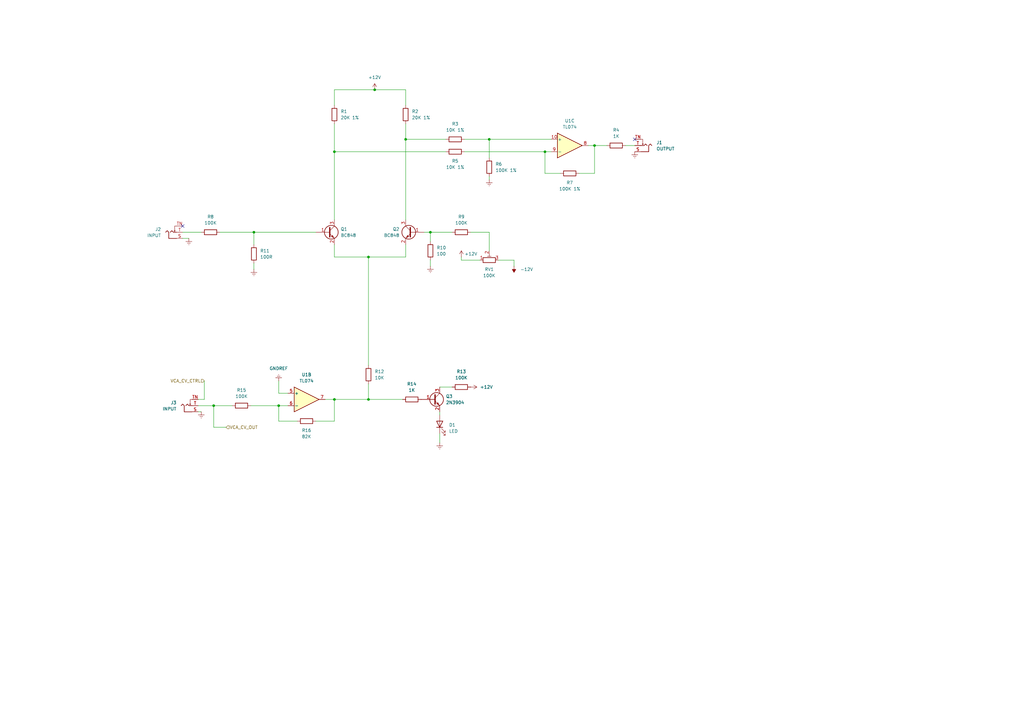
<source format=kicad_sch>
(kicad_sch (version 20231120) (generator "eeschema") (generator_version "8.0")
  (paper "A3")
  (lib_symbols
    (symbol "Amplifier_Operational:TL074" (pin_names (offset 0.127))
      (property "Reference" "U" (at 0 5.08 0))
      (property "Value" "TL074" (at 0 -5.08 0))
      (symbol "TL074_1_1"
        (polyline (pts (xy -5.08 5.08) (xy 5.08 0) (xy -5.08 -5.08) (xy -5.08 5.08)) (stroke (width 0.254)) (fill (type background)))
        (pin output line (at 7.62 0 180) (length 2.54) (name "~") (number "1"))
        (pin input line (at -7.62 -2.54 0) (length 2.54) (name "-") (number "2"))
        (pin input line (at -7.62 2.54 0) (length 2.54) (name "+") (number "3"))
      )
      (symbol "TL074_2_1"
        (polyline (pts (xy -5.08 5.08) (xy 5.08 0) (xy -5.08 -5.08) (xy -5.08 5.08)) (stroke (width 0.254)) (fill (type background)))
        (pin input line (at -7.62 2.54 0) (length 2.54) (name "+") (number "5"))
        (pin input line (at -7.62 -2.54 0) (length 2.54) (name "-") (number "6"))
        (pin output line (at 7.62 0 180) (length 2.54) (name "~") (number "7"))
      )
      (symbol "TL074_3_1"
        (polyline (pts (xy -5.08 5.08) (xy 5.08 0) (xy -5.08 -5.08) (xy -5.08 5.08)) (stroke (width 0.254)) (fill (type background)))
        (pin input line (at -7.62 2.54 0) (length 2.54) (name "+") (number "10"))
        (pin output line (at 7.62 0 180) (length 2.54) (name "~") (number "8"))
        (pin input line (at -7.62 -2.54 0) (length 2.54) (name "-") (number "9"))
      )
      (symbol "TL074_4_1"
        (polyline (pts (xy -5.08 5.08) (xy 5.08 0) (xy -5.08 -5.08) (xy -5.08 5.08)) (stroke (width 0.254)) (fill (type background)))
        (pin input line (at -7.62 2.54 0) (length 2.54) (name "+") (number "12"))
        (pin input line (at -7.62 -2.54 0) (length 2.54) (name "-") (number "13"))
        (pin output line (at 7.62 0 180) (length 2.54) (name "~") (number "14"))
      )
      (symbol "TL074_5_1"
        (pin power_in line (at -2.54 -7.62 90) (length 3.81) (name "V-") (number "11"))
        (pin power_in line (at -2.54 7.62 270) (length 3.81) (name "V+") (number "4"))
      )
    )
    (symbol "Device:R" (pin_numbers hide) (pin_names (offset 0))
      (property "Reference" "R" (at 2.032 0 90))
      (property "Value" "R" (at 0 0 90))
      (symbol "R_0_1"
        (rectangle (start -1.016 -2.54) (end 1.016 2.54) (stroke (width 0.254)))
      )
      (symbol "R_1_1"
        (pin passive line (at 0 3.81 270) (length 1.27) (name "~") (number "1"))
        (pin passive line (at 0 -3.81 90) (length 1.27) (name "~") (number "2"))
      )
    )
    (symbol "Device:R_Potentiometer_Trim" (pin_names (offset 1.016) hide)
      (property "Reference" "RV" (at -4.445 0 90))
      (property "Value" "R_Potentiometer_Trim" (at -2.54 0 90))
      (symbol "R_Potentiometer_Trim_0_1"
        (polyline (pts (xy 1.524 0.762) (xy 1.524 -0.762)))
        (polyline (pts (xy 2.54 0) (xy 1.524 0)))
        (rectangle (start 1.016 2.54) (end -1.016 -2.54) (stroke (width 0.254)))
      )
      (symbol "R_Potentiometer_Trim_1_1"
        (pin passive line (at 0 3.81 270) (length 1.27) (name "1") (number "1"))
        (pin passive line (at 3.81 0 180) (length 1.27) (name "2") (number "2"))
        (pin passive line (at 0 -3.81 90) (length 1.27) (name "3") (number "3"))
      )
    )
    (symbol "Transistor_BJT:BC848" (pin_names (offset 0) hide)
      (property "Reference" "Q" (at 5.08 1.905 0))
      (property "Value" "BC848" (at 5.08 0 0))
      (symbol "BC848_0_1"
        (polyline (pts (xy 0.635 0.635) (xy 2.54 2.54)))
        (polyline (pts (xy 0.635 -0.635) (xy 2.54 -2.54) (xy 2.54 -2.54)))
        (polyline (pts (xy 0.635 1.905) (xy 0.635 -1.905) (xy 0.635 -1.905)) (stroke (width 0.508)))
        (polyline (pts (xy 1.27 -1.778) (xy 1.778 -1.27) (xy 2.286 -2.286) (xy 1.27 -1.778) (xy 1.27 -1.778)) (fill (type outline)))
        (circle (center 1.27 0) (radius 2.8194) (stroke (width 0.254)))
      )
      (symbol "BC848_1_1"
        (pin input line (at -5.08 0 0) (length 5.715) (name "B") (number "1"))
        (pin passive line (at 2.54 -5.08 90) (length 2.54) (name "E") (number "2"))
        (pin passive line (at 2.54 5.08 270) (length 2.54) (name "C") (number "3"))
      )
    )
    (symbol "Transistor_BJT:MMBT3904" (pin_names (offset 0) hide)
      (property "Reference" "Q" (at 5.08 1.905 0))
      (property "Value" "MMBT3904" (at 5.08 0 0))
      (symbol "MMBT3904_0_1"
        (polyline (pts (xy 0.635 0.635) (xy 2.54 2.54)))
        (polyline (pts (xy 0.635 -0.635) (xy 2.54 -2.54) (xy 2.54 -2.54)))
        (polyline (pts (xy 0.635 1.905) (xy 0.635 -1.905) (xy 0.635 -1.905)) (stroke (width 0.508)))
        (polyline (pts (xy 1.27 -1.778) (xy 1.778 -1.27) (xy 2.286 -2.286) (xy 1.27 -1.778) (xy 1.27 -1.778)) (fill (type outline)))
        (circle (center 1.27 0) (radius 2.8194) (stroke (width 0.254)))
      )
      (symbol "MMBT3904_1_1"
        (pin input line (at -5.08 0 0) (length 5.715) (name "B") (number "1"))
        (pin passive line (at 2.54 -5.08 90) (length 2.54) (name "E") (number "2"))
        (pin passive line (at 2.54 5.08 270) (length 2.54) (name "C") (number "3"))
      )
    )
    (symbol "power:+12V" (power) (pin_numbers hide) (pin_names (offset 0) hide)
      (property "Value" "+12V" (at 0 3.556 0))
      (symbol "+12V_0_1"
        (polyline (pts (xy -0.762 1.27) (xy 0 2.54)))
        (polyline (pts (xy 0 0) (xy 0 2.54)))
        (polyline (pts (xy 0 2.54) (xy 0.762 1.27)))
      )
      (symbol "+12V_1_1"
        (pin power_in line (at 0 0 90) (length 0) (name "~") (number "1"))
      )
    )
    (symbol "power:-12V" (power) (pin_numbers hide) (pin_names (offset 0) hide)
      (property "Value" "-12V" (at 0 3.556 0))
      (symbol "-12V_0_0"
        (pin power_in line (at 0 0 90) (length 0) (name "~") (number "1"))
      )
      (symbol "-12V_0_1"
        (polyline (pts (xy 0 0) (xy 0 1.27) (xy 0.762 1.27) (xy 0 2.54) (xy -0.762 1.27) (xy 0 1.27)) (fill (type outline)))
      )
    )
    (symbol "power:GNDREF" (power) (pin_numbers hide) (pin_names (offset 0) hide)
      (property "Value" "GNDREF" (at 0 -3.81 0))
      (symbol "GNDREF_0_1"
        (polyline (pts (xy -0.635 -1.905) (xy 0.635 -1.905)))
        (polyline (pts (xy -0.127 -2.54) (xy 0.127 -2.54)))
        (polyline (pts (xy 0 -1.27) (xy 0 0)))
        (polyline (pts (xy 1.27 -1.27) (xy -1.27 -1.27)))
      )
      (symbol "GNDREF_1_1"
        (pin power_in line (at 0 0 270) (length 0) (name "~") (number "1"))
      )
    )
    (symbol "synth:AudioJack_Mono_3.5mm"
      (property "Reference" "J" (at 0 8.89 0))
      (property "Value" "AudioJack_Mono_3.5mm" (at 0 6.35 0))
      (symbol "AudioJack_Mono_3.5mm_0_1"
        (polyline (pts (xy 1.778 -0.254) (xy 2.032 -0.762)))
        (polyline (pts (xy 0 0) (xy 0.635 -0.635) (xy 1.27 0) (xy 2.54 0)) (stroke (width 0.254)))
        (polyline (pts (xy 2.54 -2.54) (xy 1.778 -2.54) (xy 1.778 -0.254) (xy 1.524 -0.762)))
        (polyline (pts (xy 2.54 2.54) (xy -0.635 2.54) (xy -0.635 0) (xy -1.27 -0.635) (xy -1.905 0)) (stroke (width 0.254)))
      )
      (symbol "AudioJack_Mono_3.5mm_1_1"
        (pin passive line (at 5.08 2.54 180) (length 2.54) (name "~") (number "S"))
        (pin passive line (at 5.08 0 180) (length 2.54) (name "~") (number "T"))
        (pin passive line (at 5.08 -2.54 180) (length 2.54) (name "~") (number "TN"))
      )
    )
    (symbol "synth:LED (3mm)" (pin_numbers hide) (pin_names (offset 1.016) hide)
      (property "Reference" "D" (at 0 2.54 0))
      (property "Value" "LED" (at 0 -2.54 0))
      (symbol "LED (3mm)_0_1"
        (polyline (pts (xy -1.27 -1.27) (xy -1.27 1.27)) (stroke (width 0.254)))
        (polyline (pts (xy -1.27 0) (xy 1.27 0)))
        (polyline (pts (xy 1.27 -1.27) (xy 1.27 1.27) (xy -1.27 0) (xy 1.27 -1.27)) (stroke (width 0.254)))
        (polyline (pts (xy -3.048 -0.762) (xy -4.572 -2.286) (xy -3.81 -2.286) (xy -4.572 -2.286) (xy -4.572 -1.524)))
        (polyline (pts (xy -1.778 -0.762) (xy -3.302 -2.286) (xy -2.54 -2.286) (xy -3.302 -2.286) (xy -3.302 -1.524)))
      )
      (symbol "LED (3mm)_1_1"
        (pin passive line (at -3.81 0 0) (length 2.54) (name "K") (number "1"))
        (pin passive line (at 3.81 0 180) (length 2.54) (name "A") (number "2"))
      )
    )
    (symbol "synth:R_Default" (pin_numbers hide) (pin_names (offset 0))
      (property "Reference" "R" (at -2.032 0 90))
      (property "Value" "R1" (at 2.032 0 90))
      (symbol "R_Default_0_1"
        (rectangle (start 1.016 -2.54) (end -1.016 2.54) (stroke (width 0.254)))
      )
      (symbol "R_Default_1_1"
        (pin passive line (at 0 -3.81 90) (length 1.27) (name "~") (number "1"))
        (pin passive line (at 0 3.81 270) (length 1.27) (name "~") (number "2"))
      )
    )
  )
  (junction (at 166.37 57.15))
  (junction (at 243.84 59.69))
  (junction (at 200.66 57.15))
  (junction (at 176.53 95.25))
  (junction (at 87.63 166.37))
  (junction (at 153.67 36.83))
  (junction (at 114.3 166.37))
  (junction (at 223.52 62.23))
  (junction (at 137.16 62.23))
  (junction (at 151.13 105.41))
  (junction (at 104.14 95.25))
  (junction (at 137.16 163.83))
  (junction (at 151.13 163.83))
  (no_connect (at 260.35 57.15))
  (no_connect (at 74.93 92.71))
  (wire (pts (xy 189.23 105.41) (xy 189.23 106.68)))
  (wire (pts (xy 114.3 156.21) (xy 114.3 161.29)))
  (wire (pts (xy 137.16 163.83) (xy 133.35 163.83)))
  (wire (pts (xy 114.3 172.72) (xy 114.3 166.37)))
  (wire (pts (xy 151.13 163.83) (xy 137.16 163.83)))
  (wire (pts (xy 223.52 62.23) (xy 226.06 62.23)))
  (wire (pts (xy 165.1 163.83) (xy 151.13 163.83)))
  (wire (pts (xy 200.66 73.66) (xy 200.66 72.39)))
  (wire (pts (xy 200.66 95.25) (xy 193.04 95.25)))
  (wire (pts (xy 114.3 161.29) (xy 118.11 161.29)))
  (wire (pts (xy 137.16 50.8) (xy 137.16 62.23)))
  (wire (pts (xy 256.54 59.69) (xy 260.35 59.69)))
  (wire (pts (xy 137.16 43.18) (xy 137.16 36.83)))
  (wire (pts (xy 210.82 106.68) (xy 204.47 106.68)))
  (wire (pts (xy 129.54 172.72) (xy 137.16 172.72)))
  (wire (pts (xy 166.37 57.15) (xy 182.88 57.15)))
  (wire (pts (xy 166.37 50.8) (xy 166.37 57.15)))
  (wire (pts (xy 166.37 57.15) (xy 166.37 90.17)))
  (wire (pts (xy 237.49 71.12) (xy 243.84 71.12)))
  (wire (pts (xy 176.53 106.68) (xy 176.53 109.22)))
  (wire (pts (xy 137.16 172.72) (xy 137.16 163.83)))
  (wire (pts (xy 223.52 62.23) (xy 223.52 71.12)))
  (wire (pts (xy 166.37 36.83) (xy 153.67 36.83)))
  (wire (pts (xy 137.16 62.23) (xy 137.16 90.17)))
  (wire (pts (xy 81.28 166.37) (xy 87.63 166.37)))
  (wire (pts (xy 83.82 163.83) (xy 83.82 156.21)))
  (wire (pts (xy 241.3 59.69) (xy 243.84 59.69)))
  (wire (pts (xy 102.87 166.37) (xy 114.3 166.37)))
  (wire (pts (xy 104.14 95.25) (xy 129.54 95.25)))
  (wire (pts (xy 180.34 168.91) (xy 180.34 170.18)))
  (wire (pts (xy 166.37 43.18) (xy 166.37 36.83)))
  (wire (pts (xy 200.66 102.87) (xy 200.66 95.25)))
  (wire (pts (xy 180.34 181.61) (xy 180.34 177.8)))
  (wire (pts (xy 74.93 97.79) (xy 77.47 97.79)))
  (wire (pts (xy 243.84 71.12) (xy 243.84 59.69)))
  (wire (pts (xy 137.16 105.41) (xy 151.13 105.41)))
  (wire (pts (xy 137.16 62.23) (xy 182.88 62.23)))
  (wire (pts (xy 114.3 166.37) (xy 118.11 166.37)))
  (wire (pts (xy 121.92 172.72) (xy 114.3 172.72)))
  (wire (pts (xy 210.82 109.22) (xy 210.82 106.68)))
  (wire (pts (xy 173.99 95.25) (xy 176.53 95.25)))
  (wire (pts (xy 190.5 57.15) (xy 200.66 57.15)))
  (wire (pts (xy 151.13 105.41) (xy 151.13 149.86)))
  (wire (pts (xy 200.66 57.15) (xy 226.06 57.15)))
  (wire (pts (xy 229.87 71.12) (xy 223.52 71.12)))
  (wire (pts (xy 189.23 106.68) (xy 196.85 106.68)))
  (wire (pts (xy 190.5 62.23) (xy 223.52 62.23)))
  (wire (pts (xy 90.17 95.25) (xy 104.14 95.25)))
  (wire (pts (xy 243.84 59.69) (xy 248.92 59.69)))
  (wire (pts (xy 137.16 36.83) (xy 153.67 36.83)))
  (wire (pts (xy 176.53 95.25) (xy 185.42 95.25)))
  (wire (pts (xy 166.37 100.33) (xy 166.37 105.41)))
  (wire (pts (xy 200.66 64.77) (xy 200.66 57.15)))
  (wire (pts (xy 87.63 175.26) (xy 87.63 166.37)))
  (wire (pts (xy 151.13 163.83) (xy 151.13 157.48)))
  (wire (pts (xy 104.14 107.95) (xy 104.14 110.49)))
  (wire (pts (xy 87.63 166.37) (xy 95.25 166.37)))
  (wire (pts (xy 176.53 95.25) (xy 176.53 99.06)))
  (wire (pts (xy 92.71 175.26) (xy 87.63 175.26)))
  (wire (pts (xy 104.14 95.25) (xy 104.14 100.33)))
  (wire (pts (xy 81.28 163.83) (xy 83.82 163.83)))
  (wire (pts (xy 166.37 105.41) (xy 151.13 105.41)))
  (wire (pts (xy 82.55 168.91) (xy 81.28 168.91)))
  (wire (pts (xy 185.42 158.75) (xy 180.34 158.75)))
  (wire (pts (xy 137.16 100.33) (xy 137.16 105.41)))
  (wire (pts (xy 74.93 95.25) (xy 82.55 95.25)))
  (hierarchical_label "VCA_CV_CTRL" (shape input) (at 83.82 156.21 180))
  (hierarchical_label "VCA_CV_OUT" (shape input) (at 92.71 175.26 0))
  (symbol (lib_id "synth:AudioJack_Mono_3.5mm") (at 76.2 166.37 0) (mirror x) (unit 1)
    (property "Reference" "J3" (at 72.39 165.1634 0) (effects (justify right)))
    (property "Value" "INPUT" (at 72.39 167.7034 0) (effects (justify right)))
    (property "Footprint" "Synth:Jack_3.5mm_QingPu_WQP-PJ398SM_Vertical_CircularHoles" (effects (hide yes)))
    (property "Description" "Audio Jack, 2 Poles (Mono / TS), Switched T Pole (Normalling)" (effects (hide yes)))
    (instances (project "titanium" (path "" (reference "J3") (unit 1)) (path "" (reference "J8") (unit 1)) (path "" (reference "J14") (unit 1)) (path "" (reference "J11") (unit 1))))
  )
  (symbol (lib_id "synth:AudioJack_Mono_3.5mm") (at 69.85 95.25 0) (mirror x) (unit 1)
    (property "Reference" "J2" (at 66.04 94.0434 0) (effects (justify right)))
    (property "Value" "INPUT" (at 66.04 96.5834 0) (effects (justify right)))
    (property "Footprint" "Synth:Jack_3.5mm_QingPu_WQP-PJ398SM_Vertical_CircularHoles" (effects (hide yes)))
    (property "Description" "Audio Jack, 2 Poles (Mono / TS), Switched T Pole (Normalling)" (effects (hide yes)))
    (instances (project "titanium" (path "" (reference "J2") (unit 1)) (path "" (reference "J7") (unit 1)) (path "" (reference "J13") (unit 1)) (path "" (reference "J10") (unit 1))))
  )
  (symbol (lib_id "power:GNDREF") (at 104.14 110.49 0) (unit 1)
    (property "Reference" "#PWR08" (effects (hide yes)))
    (property "Value" "GNDREF" (effects (hide yes)))
    (property "Description" "Power symbol creates a global label with name \"GNDREF\" , reference supply ground" (effects (hide yes)))
    (instances (project "titanium" (path "" (reference "#PWR08") (unit 1)) (path "" (reference "#PWR048") (unit 1)) (path "" (reference "#PWR072") (unit 1)) (path "" (reference "#PWR060") (unit 1))))
  )
  (symbol (lib_id "Transistor_BJT:MMBT3904") (at 177.8 163.83 0) (unit 1)
    (property "Reference" "Q3" (at 182.88 162.5599 0) (effects (justify left)))
    (property "Value" "2N3904" (at 182.88 165.0999 0) (effects (justify left)))
    (property "Footprint" "Package_TO_SOT_SMD:SOT-23_Handsoldering" (effects (hide yes)))
    (property "Datasheet" "https://www.onsemi.com/pdf/datasheet/pzt3904-d.pdf" (effects (hide yes)))
    (property "Description" "0.2A Ic, 40V Vce, Small Signal NPN Transistor, SOT-23" (effects (hide yes)))
    (instances (project "titanium" (path "" (reference "Q3") (unit 1)) (path "" (reference "Q7") (unit 1)) (path "" (reference "Q13") (unit 1)) (path "" (reference "Q10") (unit 1))))
  )
  (symbol (lib_id "synth:R_Default") (at 189.23 95.25 270) (unit 1)
    (property "Reference" "R9" (at 189.23 88.9 90))
    (property "Value" "100K" (at 189.23 91.44 90))
    (property "Footprint" "Resistor_SMD:R_0805_2012Metric_Pad1.20x1.40mm_HandSolder" (effects (hide yes)))
    (property "Description" "Resistor" (effects (hide yes)))
    (instances (project "titanium" (path "" (reference "R9") (unit 1)) (path "" (reference "R34") (unit 1)) (path "" (reference "R66") (unit 1)) (path "" (reference "R50") (unit 1))))
  )
  (symbol (lib_id "synth:R_Default") (at 137.16 46.99 0) (unit 1)
    (property "Reference" "R1" (at 139.7 45.7199 0) (effects (justify left)))
    (property "Value" "20K 1%" (at 139.7 48.2599 0) (effects (justify left)))
    (property "Footprint" "Resistor_SMD:R_0805_2012Metric_Pad1.20x1.40mm_HandSolder" (effects (hide yes)))
    (property "Description" "Resistor" (effects (hide yes)))
    (instances (project "titanium" (path "" (reference "R1") (unit 1)) (path "" (reference "R26") (unit 1)) (path "" (reference "R58") (unit 1)) (path "" (reference "R42") (unit 1))))
  )
  (symbol (lib_id "synth:R_Default") (at 151.13 153.67 0) (unit 1)
    (property "Reference" "R12" (at 153.67 152.3999 0) (effects (justify left)))
    (property "Value" "10K" (at 153.67 154.9399 0) (effects (justify left)))
    (property "Footprint" "Resistor_SMD:R_0805_2012Metric_Pad1.20x1.40mm_HandSolder" (effects (hide yes)))
    (property "Description" "Resistor" (effects (hide yes)))
    (instances (project "titanium" (path "" (reference "R12") (unit 1)) (path "" (reference "R37") (unit 1)) (path "" (reference "R69") (unit 1)) (path "" (reference "R53") (unit 1))))
  )
  (symbol (lib_id "synth:R_Default") (at 176.53 102.87 0) (unit 1)
    (property "Reference" "R10" (at 179.07 101.5999 0) (effects (justify left)))
    (property "Value" "100" (at 179.07 104.1399 0) (effects (justify left)))
    (property "Footprint" "Resistor_SMD:R_0805_2012Metric_Pad1.20x1.40mm_HandSolder" (effects (hide yes)))
    (property "Description" "Resistor" (effects (hide yes)))
    (instances (project "titanium" (path "" (reference "R10") (unit 1)) (path "" (reference "R35") (unit 1)) (path "" (reference "R67") (unit 1)) (path "" (reference "R51") (unit 1))))
  )
  (symbol (lib_id "power:+12V") (at 189.23 105.41 0) (unit 1)
    (property "Reference" "#PWR05" (effects (hide yes)))
    (property "Value" "+12V" (at 190.5 104.14 0) (effects (justify left)))
    (property "Description" "Power symbol creates a global label with name \"+12V\"" (effects (hide yes)))
    (instances (project "titanium" (path "" (reference "#PWR05") (unit 1)) (path "" (reference "#PWR045") (unit 1)) (path "" (reference "#PWR069") (unit 1)) (path "" (reference "#PWR057") (unit 1))))
  )
  (symbol (lib_id "power:GNDREF") (at 180.34 181.61 0) (unit 1)
    (property "Reference" "#PWR012" (effects (hide yes)))
    (property "Value" "GNDREF" (effects (hide yes)))
    (property "Description" "Power symbol creates a global label with name \"GNDREF\" , reference supply ground" (effects (hide yes)))
    (instances (project "titanium" (path "" (reference "#PWR012") (unit 1)) (path "" (reference "#PWR052") (unit 1)) (path "" (reference "#PWR076") (unit 1)) (path "" (reference "#PWR064") (unit 1))))
  )
  (symbol (lib_id "synth:AudioJack_Mono_3.5mm") (at 265.43 59.69 180) (unit 1)
    (property "Reference" "J1" (at 269.24 58.4834 0) (effects (justify right)))
    (property "Value" "OUTPUT" (at 269.24 61.0234 0) (effects (justify right)))
    (property "Footprint" "Synth:Jack_3.5mm_QingPu_WQP-PJ398SM_Vertical_CircularHoles" (effects (hide yes)))
    (property "Description" "Audio Jack, 2 Poles (Mono / TS), Switched T Pole (Normalling)" (effects (hide yes)))
    (instances (project "titanium" (path "" (reference "J1") (unit 1)) (path "" (reference "J6") (unit 1)) (path "" (reference "J12") (unit 1)) (path "" (reference "J9") (unit 1))))
  )
  (symbol (lib_id "synth:R_Default") (at 186.69 62.23 270) (unit 1)
    (property "Reference" "R5" (at 186.69 66.04 90))
    (property "Value" "10K 1%" (at 186.69 68.58 90))
    (property "Footprint" "Resistor_SMD:R_0805_2012Metric_Pad1.20x1.40mm_HandSolder" (effects (hide yes)))
    (property "Description" "Resistor" (effects (hide yes)))
    (instances (project "titanium" (path "" (reference "R5") (unit 1)) (path "" (reference "R30") (unit 1)) (path "" (reference "R62") (unit 1)) (path "" (reference "R46") (unit 1))))
  )
  (symbol (lib_id "synth:R_Default") (at 86.36 95.25 270) (unit 1)
    (property "Reference" "R8" (at 86.36 88.9 90))
    (property "Value" "100K" (at 86.36 91.44 90))
    (property "Footprint" "Resistor_SMD:R_0805_2012Metric_Pad1.20x1.40mm_HandSolder" (effects (hide yes)))
    (property "Description" "Resistor" (effects (hide yes)))
    (instances (project "titanium" (path "" (reference "R8") (unit 1)) (path "" (reference "R33") (unit 1)) (path "" (reference "R65") (unit 1)) (path "" (reference "R49") (unit 1))))
  )
  (symbol (lib_id "power:+12V") (at 193.04 158.75 270) (unit 1)
    (property "Reference" "#PWR010" (effects (hide yes)))
    (property "Value" "+12V" (at 196.85 158.7499 90) (effects (justify left)))
    (property "Description" "Power symbol creates a global label with name \"+12V\"" (effects (hide yes)))
    (instances (project "titanium" (path "" (reference "#PWR010") (unit 1)) (path "" (reference "#PWR050") (unit 1)) (path "" (reference "#PWR074") (unit 1)) (path "" (reference "#PWR062") (unit 1))))
  )
  (symbol (lib_id "Device:R") (at 189.23 158.75 90) (unit 1)
    (property "Reference" "R13" (at 189.23 152.4 90))
    (property "Value" "100K" (at 189.23 154.94 90))
    (property "Footprint" "Resistor_SMD:R_0805_2012Metric_Pad1.20x1.40mm_HandSolder" (effects (hide yes)))
    (property "Description" "Resistor" (effects (hide yes)))
    (instances (project "titanium" (path "" (reference "R13") (unit 1)) (path "" (reference "R38") (unit 1)) (path "" (reference "R70") (unit 1)) (path "" (reference "R54") (unit 1))))
  )
  (symbol (lib_id "power:GNDREF") (at 176.53 109.22 0) (unit 1)
    (property "Reference" "#PWR06" (effects (hide yes)))
    (property "Value" "GNDREF" (effects (hide yes)))
    (property "Description" "Power symbol creates a global label with name \"GNDREF\" , reference supply ground" (effects (hide yes)))
    (instances (project "titanium" (path "" (reference "#PWR06") (unit 1)) (path "" (reference "#PWR046") (unit 1)) (path "" (reference "#PWR070") (unit 1)) (path "" (reference "#PWR058") (unit 1))))
  )
  (symbol (lib_id "power:GNDREF") (at 114.3 156.21 180) (unit 1)
    (property "Reference" "#PWR09" (effects (hide yes)))
    (property "Value" "GNDREF" (at 114.3 151.13 0))
    (property "Description" "Power symbol creates a global label with name \"GNDREF\" , reference supply ground" (effects (hide yes)))
    (instances (project "titanium" (path "" (reference "#PWR09") (unit 1)) (path "" (reference "#PWR049") (unit 1)) (path "" (reference "#PWR073") (unit 1)) (path "" (reference "#PWR061") (unit 1))))
  )
  (symbol (lib_id "Device:R") (at 168.91 163.83 90) (unit 1)
    (property "Reference" "R14" (at 168.91 157.48 90))
    (property "Value" "1K" (at 168.91 160.02 90))
    (property "Footprint" "Resistor_SMD:R_0805_2012Metric_Pad1.20x1.40mm_HandSolder" (effects (hide yes)))
    (property "Description" "Resistor" (effects (hide yes)))
    (instances (project "titanium" (path "" (reference "R14") (unit 1)) (path "" (reference "R39") (unit 1)) (path "" (reference "R71") (unit 1)) (path "" (reference "R55") (unit 1))))
  )
  (symbol (lib_id "Transistor_BJT:BC848") (at 134.62 95.25 0) (unit 1)
    (property "Reference" "Q1" (at 139.7 93.9799 0) (effects (justify left)))
    (property "Value" "BC848" (at 139.7 96.5199 0) (effects (justify left)))
    (property "Footprint" "Package_TO_SOT_SMD:SOT-23_Handsoldering" (effects (hide yes)))
    (property "Datasheet" "http://www.infineon.com/dgdl/Infineon-BC847SERIES_BC848SERIES_BC849SERIES_BC850SERIES-DS-v01_01-en.pdf?fileId=db3a304314dca389011541d4630a1657" (effects (hide yes)))
    (property "Description" "0.1A Ic, 30V Vce, NPN Transistor, SOT-23" (effects (hide yes)))
    (instances (project "titanium" (path "" (reference "Q1") (unit 1)) (path "" (reference "Q5") (unit 1)) (path "" (reference "Q11") (unit 1)) (path "" (reference "Q8") (unit 1))))
  )
  (symbol (lib_id "power:+12V") (at 153.67 36.83 0) (unit 1)
    (property "Reference" "#PWR01" (effects (hide yes)))
    (property "Value" "+12V" (at 153.67 31.75 0))
    (property "Description" "Power symbol creates a global label with name \"+12V\"" (effects (hide yes)))
    (instances (project "titanium" (path "" (reference "#PWR01") (unit 1)) (path "" (reference "#PWR041") (unit 1)) (path "" (reference "#PWR065") (unit 1)) (path "" (reference "#PWR053") (unit 1))))
  )
  (symbol (lib_id "synth:R_Default") (at 125.73 172.72 90) (unit 1)
    (property "Reference" "R16" (at 125.73 176.53 90))
    (property "Value" "82K" (at 125.73 179.07 90))
    (property "Footprint" "Resistor_SMD:R_0805_2012Metric_Pad1.20x1.40mm_HandSolder" (effects (hide yes)))
    (property "Description" "Resistor" (effects (hide yes)))
    (instances (project "titanium" (path "" (reference "R16") (unit 1)) (path "" (reference "R41") (unit 1)) (path "" (reference "R73") (unit 1)) (path "" (reference "R57") (unit 1))))
  )
  (symbol (lib_id "synth:R_Default") (at 252.73 59.69 270) (unit 1)
    (property "Reference" "R4" (at 252.73 53.34 90))
    (property "Value" "1K" (at 252.73 55.88 90))
    (property "Footprint" "Resistor_SMD:R_0805_2012Metric_Pad1.20x1.40mm_HandSolder" (effects (hide yes)))
    (property "Description" "Resistor" (effects (hide yes)))
    (instances (project "titanium" (path "" (reference "R4") (unit 1)) (path "" (reference "R29") (unit 1)) (path "" (reference "R61") (unit 1)) (path "" (reference "R45") (unit 1))))
  )
  (symbol (lib_id "synth:R_Default") (at 166.37 46.99 0) (unit 1)
    (property "Reference" "R2" (at 168.91 45.7199 0) (effects (justify left)))
    (property "Value" "20K 1%" (at 168.91 48.2599 0) (effects (justify left)))
    (property "Footprint" "Resistor_SMD:R_0805_2012Metric_Pad1.20x1.40mm_HandSolder" (effects (hide yes)))
    (property "Description" "Resistor" (effects (hide yes)))
    (instances (project "titanium" (path "" (reference "R2") (unit 1)) (path "" (reference "R27") (unit 1)) (path "" (reference "R59") (unit 1)) (path "" (reference "R43") (unit 1))))
  )
  (symbol (lib_id "power:GNDREF") (at 77.47 97.79 0) (unit 1)
    (property "Reference" "#PWR04" (effects (hide yes)))
    (property "Value" "GNDREF" (effects (hide yes)))
    (property "Description" "Power symbol creates a global label with name \"GNDREF\" , reference supply ground" (effects (hide yes)))
    (instances (project "titanium" (path "" (reference "#PWR04") (unit 1)) (path "" (reference "#PWR044") (unit 1)) (path "" (reference "#PWR068") (unit 1)) (path "" (reference "#PWR056") (unit 1))))
  )
  (symbol (lib_id "synth:LED (3mm)") (at 180.34 173.99 90) (unit 1)
    (property "Reference" "D1" (at 184.15 174.3074 90) (effects (justify right)))
    (property "Value" "LED" (at 184.15 176.8474 90) (effects (justify right)))
    (property "Footprint" "Synth:LED_D3.0mm" (effects (hide yes)))
    (property "Description" "Light emitting diode" (effects (hide yes)))
    (instances (project "titanium" (path "" (reference "D1") (unit 1)) (path "" (reference "D8") (unit 1)) (path "" (reference "D10") (unit 1)) (path "" (reference "D9") (unit 1))))
  )
  (symbol (lib_id "synth:R_Default") (at 186.69 57.15 270) (unit 1)
    (property "Reference" "R3" (at 186.69 50.8 90))
    (property "Value" "10K 1%" (at 186.69 53.34 90))
    (property "Footprint" "Resistor_SMD:R_0805_2012Metric_Pad1.20x1.40mm_HandSolder" (effects (hide yes)))
    (property "Description" "Resistor" (effects (hide yes)))
    (instances (project "titanium" (path "" (reference "R3") (unit 1)) (path "" (reference "R28") (unit 1)) (path "" (reference "R60") (unit 1)) (path "" (reference "R44") (unit 1))))
  )
  (symbol (lib_id "power:GNDREF") (at 260.35 62.23 0) (unit 1)
    (property "Reference" "#PWR02" (effects (hide yes)))
    (property "Value" "GNDREF" (effects (hide yes)))
    (property "Description" "Power symbol creates a global label with name \"GNDREF\" , reference supply ground" (effects (hide yes)))
    (instances (project "titanium" (path "" (reference "#PWR02") (unit 1)) (path "" (reference "#PWR042") (unit 1)) (path "" (reference "#PWR066") (unit 1)) (path "" (reference "#PWR054") (unit 1))))
  )
  (symbol (lib_id "power:GNDREF") (at 200.66 73.66 0) (unit 1)
    (property "Reference" "#PWR03" (effects (hide yes)))
    (property "Value" "GNDREF" (effects (hide yes)))
    (property "Description" "Power symbol creates a global label with name \"GNDREF\" , reference supply ground" (effects (hide yes)))
    (instances (project "titanium" (path "" (reference "#PWR03") (unit 1)) (path "" (reference "#PWR043") (unit 1)) (path "" (reference "#PWR067") (unit 1)) (path "" (reference "#PWR055") (unit 1))))
  )
  (symbol (lib_id "Amplifier_Operational:TL074") (at 233.68 59.69 0) (unit 3)
    (property "Reference" "U1" (at 233.68 49.53 0))
    (property "Value" "TL074" (at 233.68 52.07 0))
    (property "Footprint" "Synth:SOIC-14" (effects (hide yes)))
    (property "Datasheet" "http://www.ti.com/lit/ds/symlink/tl071.pdf" (effects (hide yes)))
    (property "Description" "Quad Low-Noise JFET-Input Operational Amplifiers, DIP-14/SOIC-14" (effects (hide yes)))
    (instances (project "titanium" (path "" (reference "U1") (unit 3)) (path "" (reference "U1") (unit 1)) (path "" (reference "U3") (unit 4)) (path "" (reference "U3") (unit 3))))
  )
  (symbol (lib_id "power:-12V") (at 210.82 109.22 180) (unit 1)
    (property "Reference" "#PWR07" (effects (hide yes)))
    (property "Value" "-12V" (at 213.36 110.4899 0) (effects (justify right)))
    (property "Description" "Power symbol creates a global label with name \"-12V\"" (effects (hide yes)))
    (instances (project "titanium" (path "" (reference "#PWR07") (unit 1)) (path "" (reference "#PWR047") (unit 1)) (path "" (reference "#PWR071") (unit 1)) (path "" (reference "#PWR059") (unit 1))))
  )
  (symbol (lib_id "Device:R_Potentiometer_Trim") (at 200.66 106.68 90) (unit 1)
    (property "Reference" "RV1" (at 200.66 110.49 90))
    (property "Value" "100K" (at 200.66 113.03 90))
    (property "Footprint" "Potentiometer_THT:Potentiometer_Piher_PT-6-V_Vertical" (effects (hide yes)))
    (property "Description" "Trim-potentiometer" (effects (hide yes)))
    (instances (project "titanium" (path "" (reference "RV1") (unit 1)) (path "" (reference "RV2") (unit 1)) (path "" (reference "RV4") (unit 1)) (path "" (reference "RV3") (unit 1))))
  )
  (symbol (lib_id "synth:R_Default") (at 104.14 104.14 0) (unit 1)
    (property "Reference" "R11" (at 106.68 102.8699 0) (effects (justify left)))
    (property "Value" "100R" (at 106.68 105.4099 0) (effects (justify left)))
    (property "Footprint" "Resistor_SMD:R_0805_2012Metric_Pad1.20x1.40mm_HandSolder" (effects (hide yes)))
    (property "Description" "Resistor" (effects (hide yes)))
    (instances (project "titanium" (path "" (reference "R11") (unit 1)) (path "" (reference "R36") (unit 1)) (path "" (reference "R68") (unit 1)) (path "" (reference "R52") (unit 1))))
  )
  (symbol (lib_id "power:GNDREF") (at 82.55 168.91 0) (unit 1)
    (property "Reference" "#PWR011" (effects (hide yes)))
    (property "Value" "GNDREF" (effects (hide yes)))
    (property "Description" "Power symbol creates a global label with name \"GNDREF\" , reference supply ground" (effects (hide yes)))
    (instances (project "titanium" (path "" (reference "#PWR011") (unit 1)) (path "" (reference "#PWR051") (unit 1)) (path "" (reference "#PWR075") (unit 1)) (path "" (reference "#PWR063") (unit 1))))
  )
  (symbol (lib_id "synth:R_Default") (at 233.68 71.12 90) (unit 1)
    (property "Reference" "R7" (at 233.68 74.93 90))
    (property "Value" "100K 1%" (at 233.68 77.47 90))
    (property "Footprint" "Resistor_SMD:R_0805_2012Metric_Pad1.20x1.40mm_HandSolder" (effects (hide yes)))
    (property "Description" "Resistor" (effects (hide yes)))
    (instances (project "titanium" (path "" (reference "R7") (unit 1)) (path "" (reference "R32") (unit 1)) (path "" (reference "R64") (unit 1)) (path "" (reference "R48") (unit 1))))
  )
  (symbol (lib_id "Transistor_BJT:BC848") (at 168.91 95.25 0) (mirror y) (unit 1)
    (property "Reference" "Q2" (at 163.83 93.9799 0) (effects (justify left)))
    (property "Value" "BC848" (at 163.83 96.5199 0) (effects (justify left)))
    (property "Footprint" "Package_TO_SOT_SMD:SOT-23_Handsoldering" (effects (hide yes)))
    (property "Datasheet" "http://www.infineon.com/dgdl/Infineon-BC847SERIES_BC848SERIES_BC849SERIES_BC850SERIES-DS-v01_01-en.pdf?fileId=db3a304314dca389011541d4630a1657" (effects (hide yes)))
    (property "Description" "0.1A Ic, 30V Vce, NPN Transistor, SOT-23" (effects (hide yes)))
    (instances (project "titanium" (path "" (reference "Q2") (unit 1)) (path "" (reference "Q6") (unit 1)) (path "" (reference "Q12") (unit 1)) (path "" (reference "Q9") (unit 1))))
  )
  (symbol (lib_id "Amplifier_Operational:TL074") (at 125.73 163.83 0) (unit 2)
    (property "Reference" "U1" (at 125.73 153.67 0))
    (property "Value" "TL074" (at 125.73 156.21 0))
    (property "Footprint" "Synth:SOIC-14" (effects (hide yes)))
    (property "Datasheet" "http://www.ti.com/lit/ds/symlink/tl071.pdf" (effects (hide yes)))
    (property "Description" "Quad Low-Noise JFET-Input Operational Amplifiers, DIP-14/SOIC-14" (effects (hide yes)))
    (instances (project "titanium" (path "" (reference "U1") (unit 2)) (path "" (reference "U1") (unit 4)) (path "" (reference "U3") (unit 1)) (path "" (reference "U3") (unit 2))))
  )
  (symbol (lib_id "synth:R_Default") (at 200.66 68.58 0) (unit 1)
    (property "Reference" "R6" (at 203.2 67.3099 0) (effects (justify left)))
    (property "Value" "100K 1%" (at 203.2 69.8499 0) (effects (justify left)))
    (property "Footprint" "Resistor_SMD:R_0805_2012Metric_Pad1.20x1.40mm_HandSolder" (effects (hide yes)))
    (property "Description" "Resistor" (effects (hide yes)))
    (instances (project "titanium" (path "" (reference "R6") (unit 1)) (path "" (reference "R31") (unit 1)) (path "" (reference "R63") (unit 1)) (path "" (reference "R47") (unit 1))))
  )
  (symbol (lib_id "synth:R_Default") (at 99.06 166.37 270) (unit 1)
    (property "Reference" "R15" (at 99.06 160.02 90))
    (property "Value" "100K" (at 99.06 162.56 90))
    (property "Footprint" "Resistor_SMD:R_0805_2012Metric_Pad1.20x1.40mm_HandSolder" (effects (hide yes)))
    (property "Description" "Resistor" (effects (hide yes)))
    (instances (project "titanium" (path "" (reference "R15") (unit 1)) (path "" (reference "R40") (unit 1)) (path "" (reference "R72") (unit 1)) (path "" (reference "R56") (unit 1))))
  )
)
</source>
